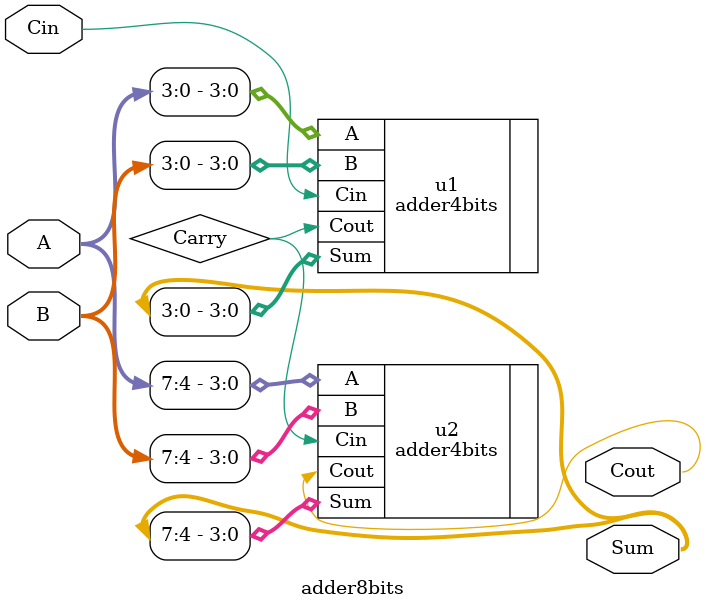
<source format=v>
module adder8bits(A,B,Cin,Cout,Sum);
	input  [7:0] A,B;
	input        Cin;
	output [7:0] Sum;
	output       Cout;
	wire         Carry;
	
	adder4bits u1(.A(A[3:0]), .B(B[3:0]), .Cin(Cin)  , .Cout(Carry), .Sum(Sum[3:0]));
	adder4bits u2(.A(A[7:4]), .B(B[7:4]), .Cin(Carry), .Cout(Cout) , .Sum(Sum[7:4]));
endmodule 
</source>
